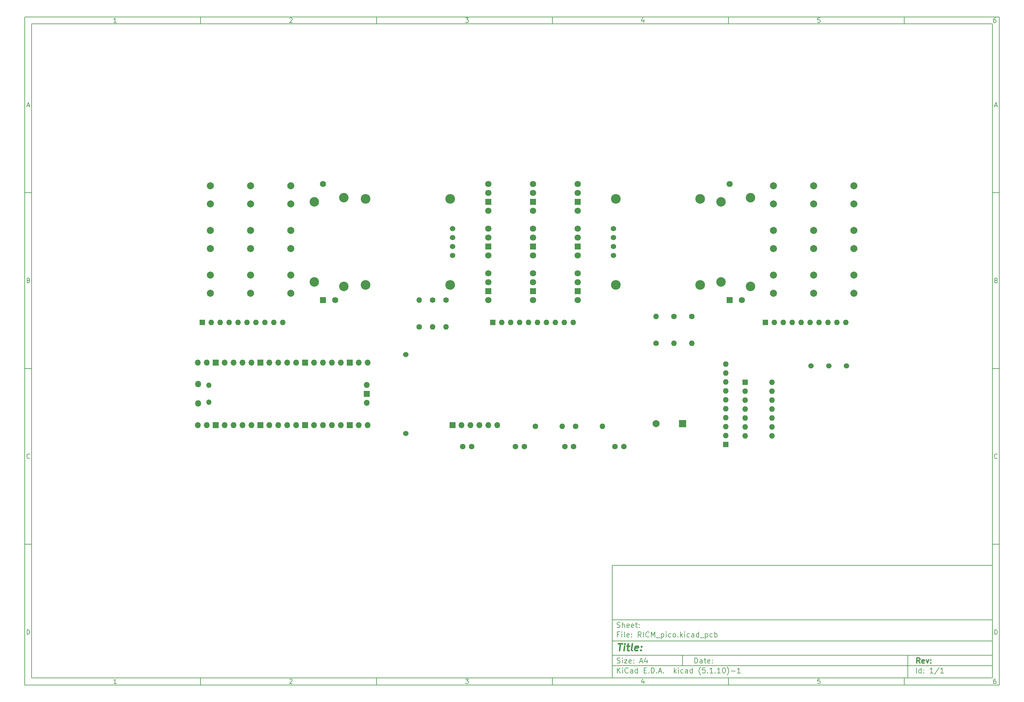
<source format=gbs>
%TF.GenerationSoftware,KiCad,Pcbnew,(5.1.10)-1*%
%TF.CreationDate,2021-07-11T23:03:33-04:00*%
%TF.ProjectId,RICM_pico,5249434d-5f70-4696-936f-2e6b69636164,rev?*%
%TF.SameCoordinates,Original*%
%TF.FileFunction,Soldermask,Bot*%
%TF.FilePolarity,Negative*%
%FSLAX46Y46*%
G04 Gerber Fmt 4.6, Leading zero omitted, Abs format (unit mm)*
G04 Created by KiCad (PCBNEW (5.1.10)-1) date 2021-07-11 23:03:33*
%MOMM*%
%LPD*%
G01*
G04 APERTURE LIST*
%ADD10C,0.100000*%
%ADD11C,0.150000*%
%ADD12C,0.300000*%
%ADD13C,0.400000*%
%ADD14C,1.524000*%
%ADD15C,1.600000*%
%ADD16R,1.800000X1.800000*%
%ADD17C,1.800000*%
%ADD18O,1.600000X1.600000*%
%ADD19R,1.600000X1.600000*%
%ADD20R,2.000000X2.000000*%
%ADD21C,2.000000*%
%ADD22C,2.750000*%
%ADD23R,1.700000X1.700000*%
%ADD24O,1.700000X1.700000*%
%ADD25O,1.800000X1.800000*%
%ADD26O,1.500000X1.500000*%
%ADD27R,1.750000X1.750000*%
%ADD28C,1.750000*%
%ADD29C,2.700000*%
G04 APERTURE END LIST*
D10*
D11*
X177002200Y-166007200D02*
X177002200Y-198007200D01*
X285002200Y-198007200D01*
X285002200Y-166007200D01*
X177002200Y-166007200D01*
D10*
D11*
X10000000Y-10000000D02*
X10000000Y-200007200D01*
X287002200Y-200007200D01*
X287002200Y-10000000D01*
X10000000Y-10000000D01*
D10*
D11*
X12000000Y-12000000D02*
X12000000Y-198007200D01*
X285002200Y-198007200D01*
X285002200Y-12000000D01*
X12000000Y-12000000D01*
D10*
D11*
X60000000Y-12000000D02*
X60000000Y-10000000D01*
D10*
D11*
X110000000Y-12000000D02*
X110000000Y-10000000D01*
D10*
D11*
X160000000Y-12000000D02*
X160000000Y-10000000D01*
D10*
D11*
X210000000Y-12000000D02*
X210000000Y-10000000D01*
D10*
D11*
X260000000Y-12000000D02*
X260000000Y-10000000D01*
D10*
D11*
X36065476Y-11588095D02*
X35322619Y-11588095D01*
X35694047Y-11588095D02*
X35694047Y-10288095D01*
X35570238Y-10473809D01*
X35446428Y-10597619D01*
X35322619Y-10659523D01*
D10*
D11*
X85322619Y-10411904D02*
X85384523Y-10350000D01*
X85508333Y-10288095D01*
X85817857Y-10288095D01*
X85941666Y-10350000D01*
X86003571Y-10411904D01*
X86065476Y-10535714D01*
X86065476Y-10659523D01*
X86003571Y-10845238D01*
X85260714Y-11588095D01*
X86065476Y-11588095D01*
D10*
D11*
X135260714Y-10288095D02*
X136065476Y-10288095D01*
X135632142Y-10783333D01*
X135817857Y-10783333D01*
X135941666Y-10845238D01*
X136003571Y-10907142D01*
X136065476Y-11030952D01*
X136065476Y-11340476D01*
X136003571Y-11464285D01*
X135941666Y-11526190D01*
X135817857Y-11588095D01*
X135446428Y-11588095D01*
X135322619Y-11526190D01*
X135260714Y-11464285D01*
D10*
D11*
X185941666Y-10721428D02*
X185941666Y-11588095D01*
X185632142Y-10226190D02*
X185322619Y-11154761D01*
X186127380Y-11154761D01*
D10*
D11*
X236003571Y-10288095D02*
X235384523Y-10288095D01*
X235322619Y-10907142D01*
X235384523Y-10845238D01*
X235508333Y-10783333D01*
X235817857Y-10783333D01*
X235941666Y-10845238D01*
X236003571Y-10907142D01*
X236065476Y-11030952D01*
X236065476Y-11340476D01*
X236003571Y-11464285D01*
X235941666Y-11526190D01*
X235817857Y-11588095D01*
X235508333Y-11588095D01*
X235384523Y-11526190D01*
X235322619Y-11464285D01*
D10*
D11*
X285941666Y-10288095D02*
X285694047Y-10288095D01*
X285570238Y-10350000D01*
X285508333Y-10411904D01*
X285384523Y-10597619D01*
X285322619Y-10845238D01*
X285322619Y-11340476D01*
X285384523Y-11464285D01*
X285446428Y-11526190D01*
X285570238Y-11588095D01*
X285817857Y-11588095D01*
X285941666Y-11526190D01*
X286003571Y-11464285D01*
X286065476Y-11340476D01*
X286065476Y-11030952D01*
X286003571Y-10907142D01*
X285941666Y-10845238D01*
X285817857Y-10783333D01*
X285570238Y-10783333D01*
X285446428Y-10845238D01*
X285384523Y-10907142D01*
X285322619Y-11030952D01*
D10*
D11*
X60000000Y-198007200D02*
X60000000Y-200007200D01*
D10*
D11*
X110000000Y-198007200D02*
X110000000Y-200007200D01*
D10*
D11*
X160000000Y-198007200D02*
X160000000Y-200007200D01*
D10*
D11*
X210000000Y-198007200D02*
X210000000Y-200007200D01*
D10*
D11*
X260000000Y-198007200D02*
X260000000Y-200007200D01*
D10*
D11*
X36065476Y-199595295D02*
X35322619Y-199595295D01*
X35694047Y-199595295D02*
X35694047Y-198295295D01*
X35570238Y-198481009D01*
X35446428Y-198604819D01*
X35322619Y-198666723D01*
D10*
D11*
X85322619Y-198419104D02*
X85384523Y-198357200D01*
X85508333Y-198295295D01*
X85817857Y-198295295D01*
X85941666Y-198357200D01*
X86003571Y-198419104D01*
X86065476Y-198542914D01*
X86065476Y-198666723D01*
X86003571Y-198852438D01*
X85260714Y-199595295D01*
X86065476Y-199595295D01*
D10*
D11*
X135260714Y-198295295D02*
X136065476Y-198295295D01*
X135632142Y-198790533D01*
X135817857Y-198790533D01*
X135941666Y-198852438D01*
X136003571Y-198914342D01*
X136065476Y-199038152D01*
X136065476Y-199347676D01*
X136003571Y-199471485D01*
X135941666Y-199533390D01*
X135817857Y-199595295D01*
X135446428Y-199595295D01*
X135322619Y-199533390D01*
X135260714Y-199471485D01*
D10*
D11*
X185941666Y-198728628D02*
X185941666Y-199595295D01*
X185632142Y-198233390D02*
X185322619Y-199161961D01*
X186127380Y-199161961D01*
D10*
D11*
X236003571Y-198295295D02*
X235384523Y-198295295D01*
X235322619Y-198914342D01*
X235384523Y-198852438D01*
X235508333Y-198790533D01*
X235817857Y-198790533D01*
X235941666Y-198852438D01*
X236003571Y-198914342D01*
X236065476Y-199038152D01*
X236065476Y-199347676D01*
X236003571Y-199471485D01*
X235941666Y-199533390D01*
X235817857Y-199595295D01*
X235508333Y-199595295D01*
X235384523Y-199533390D01*
X235322619Y-199471485D01*
D10*
D11*
X285941666Y-198295295D02*
X285694047Y-198295295D01*
X285570238Y-198357200D01*
X285508333Y-198419104D01*
X285384523Y-198604819D01*
X285322619Y-198852438D01*
X285322619Y-199347676D01*
X285384523Y-199471485D01*
X285446428Y-199533390D01*
X285570238Y-199595295D01*
X285817857Y-199595295D01*
X285941666Y-199533390D01*
X286003571Y-199471485D01*
X286065476Y-199347676D01*
X286065476Y-199038152D01*
X286003571Y-198914342D01*
X285941666Y-198852438D01*
X285817857Y-198790533D01*
X285570238Y-198790533D01*
X285446428Y-198852438D01*
X285384523Y-198914342D01*
X285322619Y-199038152D01*
D10*
D11*
X10000000Y-60000000D02*
X12000000Y-60000000D01*
D10*
D11*
X10000000Y-110000000D02*
X12000000Y-110000000D01*
D10*
D11*
X10000000Y-160000000D02*
X12000000Y-160000000D01*
D10*
D11*
X10690476Y-35216666D02*
X11309523Y-35216666D01*
X10566666Y-35588095D02*
X11000000Y-34288095D01*
X11433333Y-35588095D01*
D10*
D11*
X11092857Y-84907142D02*
X11278571Y-84969047D01*
X11340476Y-85030952D01*
X11402380Y-85154761D01*
X11402380Y-85340476D01*
X11340476Y-85464285D01*
X11278571Y-85526190D01*
X11154761Y-85588095D01*
X10659523Y-85588095D01*
X10659523Y-84288095D01*
X11092857Y-84288095D01*
X11216666Y-84350000D01*
X11278571Y-84411904D01*
X11340476Y-84535714D01*
X11340476Y-84659523D01*
X11278571Y-84783333D01*
X11216666Y-84845238D01*
X11092857Y-84907142D01*
X10659523Y-84907142D01*
D10*
D11*
X11402380Y-135464285D02*
X11340476Y-135526190D01*
X11154761Y-135588095D01*
X11030952Y-135588095D01*
X10845238Y-135526190D01*
X10721428Y-135402380D01*
X10659523Y-135278571D01*
X10597619Y-135030952D01*
X10597619Y-134845238D01*
X10659523Y-134597619D01*
X10721428Y-134473809D01*
X10845238Y-134350000D01*
X11030952Y-134288095D01*
X11154761Y-134288095D01*
X11340476Y-134350000D01*
X11402380Y-134411904D01*
D10*
D11*
X10659523Y-185588095D02*
X10659523Y-184288095D01*
X10969047Y-184288095D01*
X11154761Y-184350000D01*
X11278571Y-184473809D01*
X11340476Y-184597619D01*
X11402380Y-184845238D01*
X11402380Y-185030952D01*
X11340476Y-185278571D01*
X11278571Y-185402380D01*
X11154761Y-185526190D01*
X10969047Y-185588095D01*
X10659523Y-185588095D01*
D10*
D11*
X287002200Y-60000000D02*
X285002200Y-60000000D01*
D10*
D11*
X287002200Y-110000000D02*
X285002200Y-110000000D01*
D10*
D11*
X287002200Y-160000000D02*
X285002200Y-160000000D01*
D10*
D11*
X285692676Y-35216666D02*
X286311723Y-35216666D01*
X285568866Y-35588095D02*
X286002200Y-34288095D01*
X286435533Y-35588095D01*
D10*
D11*
X286095057Y-84907142D02*
X286280771Y-84969047D01*
X286342676Y-85030952D01*
X286404580Y-85154761D01*
X286404580Y-85340476D01*
X286342676Y-85464285D01*
X286280771Y-85526190D01*
X286156961Y-85588095D01*
X285661723Y-85588095D01*
X285661723Y-84288095D01*
X286095057Y-84288095D01*
X286218866Y-84350000D01*
X286280771Y-84411904D01*
X286342676Y-84535714D01*
X286342676Y-84659523D01*
X286280771Y-84783333D01*
X286218866Y-84845238D01*
X286095057Y-84907142D01*
X285661723Y-84907142D01*
D10*
D11*
X286404580Y-135464285D02*
X286342676Y-135526190D01*
X286156961Y-135588095D01*
X286033152Y-135588095D01*
X285847438Y-135526190D01*
X285723628Y-135402380D01*
X285661723Y-135278571D01*
X285599819Y-135030952D01*
X285599819Y-134845238D01*
X285661723Y-134597619D01*
X285723628Y-134473809D01*
X285847438Y-134350000D01*
X286033152Y-134288095D01*
X286156961Y-134288095D01*
X286342676Y-134350000D01*
X286404580Y-134411904D01*
D10*
D11*
X285661723Y-185588095D02*
X285661723Y-184288095D01*
X285971247Y-184288095D01*
X286156961Y-184350000D01*
X286280771Y-184473809D01*
X286342676Y-184597619D01*
X286404580Y-184845238D01*
X286404580Y-185030952D01*
X286342676Y-185278571D01*
X286280771Y-185402380D01*
X286156961Y-185526190D01*
X285971247Y-185588095D01*
X285661723Y-185588095D01*
D10*
D11*
X200434342Y-193785771D02*
X200434342Y-192285771D01*
X200791485Y-192285771D01*
X201005771Y-192357200D01*
X201148628Y-192500057D01*
X201220057Y-192642914D01*
X201291485Y-192928628D01*
X201291485Y-193142914D01*
X201220057Y-193428628D01*
X201148628Y-193571485D01*
X201005771Y-193714342D01*
X200791485Y-193785771D01*
X200434342Y-193785771D01*
X202577200Y-193785771D02*
X202577200Y-193000057D01*
X202505771Y-192857200D01*
X202362914Y-192785771D01*
X202077200Y-192785771D01*
X201934342Y-192857200D01*
X202577200Y-193714342D02*
X202434342Y-193785771D01*
X202077200Y-193785771D01*
X201934342Y-193714342D01*
X201862914Y-193571485D01*
X201862914Y-193428628D01*
X201934342Y-193285771D01*
X202077200Y-193214342D01*
X202434342Y-193214342D01*
X202577200Y-193142914D01*
X203077200Y-192785771D02*
X203648628Y-192785771D01*
X203291485Y-192285771D02*
X203291485Y-193571485D01*
X203362914Y-193714342D01*
X203505771Y-193785771D01*
X203648628Y-193785771D01*
X204720057Y-193714342D02*
X204577200Y-193785771D01*
X204291485Y-193785771D01*
X204148628Y-193714342D01*
X204077200Y-193571485D01*
X204077200Y-193000057D01*
X204148628Y-192857200D01*
X204291485Y-192785771D01*
X204577200Y-192785771D01*
X204720057Y-192857200D01*
X204791485Y-193000057D01*
X204791485Y-193142914D01*
X204077200Y-193285771D01*
X205434342Y-193642914D02*
X205505771Y-193714342D01*
X205434342Y-193785771D01*
X205362914Y-193714342D01*
X205434342Y-193642914D01*
X205434342Y-193785771D01*
X205434342Y-192857200D02*
X205505771Y-192928628D01*
X205434342Y-193000057D01*
X205362914Y-192928628D01*
X205434342Y-192857200D01*
X205434342Y-193000057D01*
D10*
D11*
X177002200Y-194507200D02*
X285002200Y-194507200D01*
D10*
D11*
X178434342Y-196585771D02*
X178434342Y-195085771D01*
X179291485Y-196585771D02*
X178648628Y-195728628D01*
X179291485Y-195085771D02*
X178434342Y-195942914D01*
X179934342Y-196585771D02*
X179934342Y-195585771D01*
X179934342Y-195085771D02*
X179862914Y-195157200D01*
X179934342Y-195228628D01*
X180005771Y-195157200D01*
X179934342Y-195085771D01*
X179934342Y-195228628D01*
X181505771Y-196442914D02*
X181434342Y-196514342D01*
X181220057Y-196585771D01*
X181077200Y-196585771D01*
X180862914Y-196514342D01*
X180720057Y-196371485D01*
X180648628Y-196228628D01*
X180577200Y-195942914D01*
X180577200Y-195728628D01*
X180648628Y-195442914D01*
X180720057Y-195300057D01*
X180862914Y-195157200D01*
X181077200Y-195085771D01*
X181220057Y-195085771D01*
X181434342Y-195157200D01*
X181505771Y-195228628D01*
X182791485Y-196585771D02*
X182791485Y-195800057D01*
X182720057Y-195657200D01*
X182577200Y-195585771D01*
X182291485Y-195585771D01*
X182148628Y-195657200D01*
X182791485Y-196514342D02*
X182648628Y-196585771D01*
X182291485Y-196585771D01*
X182148628Y-196514342D01*
X182077200Y-196371485D01*
X182077200Y-196228628D01*
X182148628Y-196085771D01*
X182291485Y-196014342D01*
X182648628Y-196014342D01*
X182791485Y-195942914D01*
X184148628Y-196585771D02*
X184148628Y-195085771D01*
X184148628Y-196514342D02*
X184005771Y-196585771D01*
X183720057Y-196585771D01*
X183577200Y-196514342D01*
X183505771Y-196442914D01*
X183434342Y-196300057D01*
X183434342Y-195871485D01*
X183505771Y-195728628D01*
X183577200Y-195657200D01*
X183720057Y-195585771D01*
X184005771Y-195585771D01*
X184148628Y-195657200D01*
X186005771Y-195800057D02*
X186505771Y-195800057D01*
X186720057Y-196585771D02*
X186005771Y-196585771D01*
X186005771Y-195085771D01*
X186720057Y-195085771D01*
X187362914Y-196442914D02*
X187434342Y-196514342D01*
X187362914Y-196585771D01*
X187291485Y-196514342D01*
X187362914Y-196442914D01*
X187362914Y-196585771D01*
X188077200Y-196585771D02*
X188077200Y-195085771D01*
X188434342Y-195085771D01*
X188648628Y-195157200D01*
X188791485Y-195300057D01*
X188862914Y-195442914D01*
X188934342Y-195728628D01*
X188934342Y-195942914D01*
X188862914Y-196228628D01*
X188791485Y-196371485D01*
X188648628Y-196514342D01*
X188434342Y-196585771D01*
X188077200Y-196585771D01*
X189577200Y-196442914D02*
X189648628Y-196514342D01*
X189577200Y-196585771D01*
X189505771Y-196514342D01*
X189577200Y-196442914D01*
X189577200Y-196585771D01*
X190220057Y-196157200D02*
X190934342Y-196157200D01*
X190077200Y-196585771D02*
X190577200Y-195085771D01*
X191077200Y-196585771D01*
X191577200Y-196442914D02*
X191648628Y-196514342D01*
X191577200Y-196585771D01*
X191505771Y-196514342D01*
X191577200Y-196442914D01*
X191577200Y-196585771D01*
X194577200Y-196585771D02*
X194577200Y-195085771D01*
X194720057Y-196014342D02*
X195148628Y-196585771D01*
X195148628Y-195585771D02*
X194577200Y-196157200D01*
X195791485Y-196585771D02*
X195791485Y-195585771D01*
X195791485Y-195085771D02*
X195720057Y-195157200D01*
X195791485Y-195228628D01*
X195862914Y-195157200D01*
X195791485Y-195085771D01*
X195791485Y-195228628D01*
X197148628Y-196514342D02*
X197005771Y-196585771D01*
X196720057Y-196585771D01*
X196577200Y-196514342D01*
X196505771Y-196442914D01*
X196434342Y-196300057D01*
X196434342Y-195871485D01*
X196505771Y-195728628D01*
X196577200Y-195657200D01*
X196720057Y-195585771D01*
X197005771Y-195585771D01*
X197148628Y-195657200D01*
X198434342Y-196585771D02*
X198434342Y-195800057D01*
X198362914Y-195657200D01*
X198220057Y-195585771D01*
X197934342Y-195585771D01*
X197791485Y-195657200D01*
X198434342Y-196514342D02*
X198291485Y-196585771D01*
X197934342Y-196585771D01*
X197791485Y-196514342D01*
X197720057Y-196371485D01*
X197720057Y-196228628D01*
X197791485Y-196085771D01*
X197934342Y-196014342D01*
X198291485Y-196014342D01*
X198434342Y-195942914D01*
X199791485Y-196585771D02*
X199791485Y-195085771D01*
X199791485Y-196514342D02*
X199648628Y-196585771D01*
X199362914Y-196585771D01*
X199220057Y-196514342D01*
X199148628Y-196442914D01*
X199077200Y-196300057D01*
X199077200Y-195871485D01*
X199148628Y-195728628D01*
X199220057Y-195657200D01*
X199362914Y-195585771D01*
X199648628Y-195585771D01*
X199791485Y-195657200D01*
X202077200Y-197157200D02*
X202005771Y-197085771D01*
X201862914Y-196871485D01*
X201791485Y-196728628D01*
X201720057Y-196514342D01*
X201648628Y-196157200D01*
X201648628Y-195871485D01*
X201720057Y-195514342D01*
X201791485Y-195300057D01*
X201862914Y-195157200D01*
X202005771Y-194942914D01*
X202077200Y-194871485D01*
X203362914Y-195085771D02*
X202648628Y-195085771D01*
X202577200Y-195800057D01*
X202648628Y-195728628D01*
X202791485Y-195657200D01*
X203148628Y-195657200D01*
X203291485Y-195728628D01*
X203362914Y-195800057D01*
X203434342Y-195942914D01*
X203434342Y-196300057D01*
X203362914Y-196442914D01*
X203291485Y-196514342D01*
X203148628Y-196585771D01*
X202791485Y-196585771D01*
X202648628Y-196514342D01*
X202577200Y-196442914D01*
X204077200Y-196442914D02*
X204148628Y-196514342D01*
X204077200Y-196585771D01*
X204005771Y-196514342D01*
X204077200Y-196442914D01*
X204077200Y-196585771D01*
X205577200Y-196585771D02*
X204720057Y-196585771D01*
X205148628Y-196585771D02*
X205148628Y-195085771D01*
X205005771Y-195300057D01*
X204862914Y-195442914D01*
X204720057Y-195514342D01*
X206220057Y-196442914D02*
X206291485Y-196514342D01*
X206220057Y-196585771D01*
X206148628Y-196514342D01*
X206220057Y-196442914D01*
X206220057Y-196585771D01*
X207720057Y-196585771D02*
X206862914Y-196585771D01*
X207291485Y-196585771D02*
X207291485Y-195085771D01*
X207148628Y-195300057D01*
X207005771Y-195442914D01*
X206862914Y-195514342D01*
X208648628Y-195085771D02*
X208791485Y-195085771D01*
X208934342Y-195157200D01*
X209005771Y-195228628D01*
X209077200Y-195371485D01*
X209148628Y-195657200D01*
X209148628Y-196014342D01*
X209077200Y-196300057D01*
X209005771Y-196442914D01*
X208934342Y-196514342D01*
X208791485Y-196585771D01*
X208648628Y-196585771D01*
X208505771Y-196514342D01*
X208434342Y-196442914D01*
X208362914Y-196300057D01*
X208291485Y-196014342D01*
X208291485Y-195657200D01*
X208362914Y-195371485D01*
X208434342Y-195228628D01*
X208505771Y-195157200D01*
X208648628Y-195085771D01*
X209648628Y-197157200D02*
X209720057Y-197085771D01*
X209862914Y-196871485D01*
X209934342Y-196728628D01*
X210005771Y-196514342D01*
X210077200Y-196157200D01*
X210077200Y-195871485D01*
X210005771Y-195514342D01*
X209934342Y-195300057D01*
X209862914Y-195157200D01*
X209720057Y-194942914D01*
X209648628Y-194871485D01*
X210791485Y-196014342D02*
X211934342Y-196014342D01*
X213434342Y-196585771D02*
X212577200Y-196585771D01*
X213005771Y-196585771D02*
X213005771Y-195085771D01*
X212862914Y-195300057D01*
X212720057Y-195442914D01*
X212577200Y-195514342D01*
D10*
D11*
X177002200Y-191507200D02*
X285002200Y-191507200D01*
D10*
D12*
X264411485Y-193785771D02*
X263911485Y-193071485D01*
X263554342Y-193785771D02*
X263554342Y-192285771D01*
X264125771Y-192285771D01*
X264268628Y-192357200D01*
X264340057Y-192428628D01*
X264411485Y-192571485D01*
X264411485Y-192785771D01*
X264340057Y-192928628D01*
X264268628Y-193000057D01*
X264125771Y-193071485D01*
X263554342Y-193071485D01*
X265625771Y-193714342D02*
X265482914Y-193785771D01*
X265197200Y-193785771D01*
X265054342Y-193714342D01*
X264982914Y-193571485D01*
X264982914Y-193000057D01*
X265054342Y-192857200D01*
X265197200Y-192785771D01*
X265482914Y-192785771D01*
X265625771Y-192857200D01*
X265697200Y-193000057D01*
X265697200Y-193142914D01*
X264982914Y-193285771D01*
X266197200Y-192785771D02*
X266554342Y-193785771D01*
X266911485Y-192785771D01*
X267482914Y-193642914D02*
X267554342Y-193714342D01*
X267482914Y-193785771D01*
X267411485Y-193714342D01*
X267482914Y-193642914D01*
X267482914Y-193785771D01*
X267482914Y-192857200D02*
X267554342Y-192928628D01*
X267482914Y-193000057D01*
X267411485Y-192928628D01*
X267482914Y-192857200D01*
X267482914Y-193000057D01*
D10*
D11*
X178362914Y-193714342D02*
X178577200Y-193785771D01*
X178934342Y-193785771D01*
X179077200Y-193714342D01*
X179148628Y-193642914D01*
X179220057Y-193500057D01*
X179220057Y-193357200D01*
X179148628Y-193214342D01*
X179077200Y-193142914D01*
X178934342Y-193071485D01*
X178648628Y-193000057D01*
X178505771Y-192928628D01*
X178434342Y-192857200D01*
X178362914Y-192714342D01*
X178362914Y-192571485D01*
X178434342Y-192428628D01*
X178505771Y-192357200D01*
X178648628Y-192285771D01*
X179005771Y-192285771D01*
X179220057Y-192357200D01*
X179862914Y-193785771D02*
X179862914Y-192785771D01*
X179862914Y-192285771D02*
X179791485Y-192357200D01*
X179862914Y-192428628D01*
X179934342Y-192357200D01*
X179862914Y-192285771D01*
X179862914Y-192428628D01*
X180434342Y-192785771D02*
X181220057Y-192785771D01*
X180434342Y-193785771D01*
X181220057Y-193785771D01*
X182362914Y-193714342D02*
X182220057Y-193785771D01*
X181934342Y-193785771D01*
X181791485Y-193714342D01*
X181720057Y-193571485D01*
X181720057Y-193000057D01*
X181791485Y-192857200D01*
X181934342Y-192785771D01*
X182220057Y-192785771D01*
X182362914Y-192857200D01*
X182434342Y-193000057D01*
X182434342Y-193142914D01*
X181720057Y-193285771D01*
X183077200Y-193642914D02*
X183148628Y-193714342D01*
X183077200Y-193785771D01*
X183005771Y-193714342D01*
X183077200Y-193642914D01*
X183077200Y-193785771D01*
X183077200Y-192857200D02*
X183148628Y-192928628D01*
X183077200Y-193000057D01*
X183005771Y-192928628D01*
X183077200Y-192857200D01*
X183077200Y-193000057D01*
X184862914Y-193357200D02*
X185577200Y-193357200D01*
X184720057Y-193785771D02*
X185220057Y-192285771D01*
X185720057Y-193785771D01*
X186862914Y-192785771D02*
X186862914Y-193785771D01*
X186505771Y-192214342D02*
X186148628Y-193285771D01*
X187077200Y-193285771D01*
D10*
D11*
X263434342Y-196585771D02*
X263434342Y-195085771D01*
X264791485Y-196585771D02*
X264791485Y-195085771D01*
X264791485Y-196514342D02*
X264648628Y-196585771D01*
X264362914Y-196585771D01*
X264220057Y-196514342D01*
X264148628Y-196442914D01*
X264077200Y-196300057D01*
X264077200Y-195871485D01*
X264148628Y-195728628D01*
X264220057Y-195657200D01*
X264362914Y-195585771D01*
X264648628Y-195585771D01*
X264791485Y-195657200D01*
X265505771Y-196442914D02*
X265577200Y-196514342D01*
X265505771Y-196585771D01*
X265434342Y-196514342D01*
X265505771Y-196442914D01*
X265505771Y-196585771D01*
X265505771Y-195657200D02*
X265577200Y-195728628D01*
X265505771Y-195800057D01*
X265434342Y-195728628D01*
X265505771Y-195657200D01*
X265505771Y-195800057D01*
X268148628Y-196585771D02*
X267291485Y-196585771D01*
X267720057Y-196585771D02*
X267720057Y-195085771D01*
X267577200Y-195300057D01*
X267434342Y-195442914D01*
X267291485Y-195514342D01*
X269862914Y-195014342D02*
X268577200Y-196942914D01*
X271148628Y-196585771D02*
X270291485Y-196585771D01*
X270720057Y-196585771D02*
X270720057Y-195085771D01*
X270577200Y-195300057D01*
X270434342Y-195442914D01*
X270291485Y-195514342D01*
D10*
D11*
X177002200Y-187507200D02*
X285002200Y-187507200D01*
D10*
D13*
X178714580Y-188211961D02*
X179857438Y-188211961D01*
X179036009Y-190211961D02*
X179286009Y-188211961D01*
X180274104Y-190211961D02*
X180440771Y-188878628D01*
X180524104Y-188211961D02*
X180416961Y-188307200D01*
X180500295Y-188402438D01*
X180607438Y-188307200D01*
X180524104Y-188211961D01*
X180500295Y-188402438D01*
X181107438Y-188878628D02*
X181869342Y-188878628D01*
X181476485Y-188211961D02*
X181262200Y-189926247D01*
X181333628Y-190116723D01*
X181512200Y-190211961D01*
X181702676Y-190211961D01*
X182655057Y-190211961D02*
X182476485Y-190116723D01*
X182405057Y-189926247D01*
X182619342Y-188211961D01*
X184190771Y-190116723D02*
X183988390Y-190211961D01*
X183607438Y-190211961D01*
X183428866Y-190116723D01*
X183357438Y-189926247D01*
X183452676Y-189164342D01*
X183571723Y-188973866D01*
X183774104Y-188878628D01*
X184155057Y-188878628D01*
X184333628Y-188973866D01*
X184405057Y-189164342D01*
X184381247Y-189354819D01*
X183405057Y-189545295D01*
X185155057Y-190021485D02*
X185238390Y-190116723D01*
X185131247Y-190211961D01*
X185047914Y-190116723D01*
X185155057Y-190021485D01*
X185131247Y-190211961D01*
X185286009Y-188973866D02*
X185369342Y-189069104D01*
X185262200Y-189164342D01*
X185178866Y-189069104D01*
X185286009Y-188973866D01*
X185262200Y-189164342D01*
D10*
D11*
X178934342Y-185600057D02*
X178434342Y-185600057D01*
X178434342Y-186385771D02*
X178434342Y-184885771D01*
X179148628Y-184885771D01*
X179720057Y-186385771D02*
X179720057Y-185385771D01*
X179720057Y-184885771D02*
X179648628Y-184957200D01*
X179720057Y-185028628D01*
X179791485Y-184957200D01*
X179720057Y-184885771D01*
X179720057Y-185028628D01*
X180648628Y-186385771D02*
X180505771Y-186314342D01*
X180434342Y-186171485D01*
X180434342Y-184885771D01*
X181791485Y-186314342D02*
X181648628Y-186385771D01*
X181362914Y-186385771D01*
X181220057Y-186314342D01*
X181148628Y-186171485D01*
X181148628Y-185600057D01*
X181220057Y-185457200D01*
X181362914Y-185385771D01*
X181648628Y-185385771D01*
X181791485Y-185457200D01*
X181862914Y-185600057D01*
X181862914Y-185742914D01*
X181148628Y-185885771D01*
X182505771Y-186242914D02*
X182577200Y-186314342D01*
X182505771Y-186385771D01*
X182434342Y-186314342D01*
X182505771Y-186242914D01*
X182505771Y-186385771D01*
X182505771Y-185457200D02*
X182577200Y-185528628D01*
X182505771Y-185600057D01*
X182434342Y-185528628D01*
X182505771Y-185457200D01*
X182505771Y-185600057D01*
X185220057Y-186385771D02*
X184720057Y-185671485D01*
X184362914Y-186385771D02*
X184362914Y-184885771D01*
X184934342Y-184885771D01*
X185077200Y-184957200D01*
X185148628Y-185028628D01*
X185220057Y-185171485D01*
X185220057Y-185385771D01*
X185148628Y-185528628D01*
X185077200Y-185600057D01*
X184934342Y-185671485D01*
X184362914Y-185671485D01*
X185862914Y-186385771D02*
X185862914Y-184885771D01*
X187434342Y-186242914D02*
X187362914Y-186314342D01*
X187148628Y-186385771D01*
X187005771Y-186385771D01*
X186791485Y-186314342D01*
X186648628Y-186171485D01*
X186577200Y-186028628D01*
X186505771Y-185742914D01*
X186505771Y-185528628D01*
X186577200Y-185242914D01*
X186648628Y-185100057D01*
X186791485Y-184957200D01*
X187005771Y-184885771D01*
X187148628Y-184885771D01*
X187362914Y-184957200D01*
X187434342Y-185028628D01*
X188077200Y-186385771D02*
X188077200Y-184885771D01*
X188577200Y-185957200D01*
X189077200Y-184885771D01*
X189077200Y-186385771D01*
X189434342Y-186528628D02*
X190577200Y-186528628D01*
X190934342Y-185385771D02*
X190934342Y-186885771D01*
X190934342Y-185457200D02*
X191077200Y-185385771D01*
X191362914Y-185385771D01*
X191505771Y-185457200D01*
X191577200Y-185528628D01*
X191648628Y-185671485D01*
X191648628Y-186100057D01*
X191577200Y-186242914D01*
X191505771Y-186314342D01*
X191362914Y-186385771D01*
X191077200Y-186385771D01*
X190934342Y-186314342D01*
X192291485Y-186385771D02*
X192291485Y-185385771D01*
X192291485Y-184885771D02*
X192220057Y-184957200D01*
X192291485Y-185028628D01*
X192362914Y-184957200D01*
X192291485Y-184885771D01*
X192291485Y-185028628D01*
X193648628Y-186314342D02*
X193505771Y-186385771D01*
X193220057Y-186385771D01*
X193077200Y-186314342D01*
X193005771Y-186242914D01*
X192934342Y-186100057D01*
X192934342Y-185671485D01*
X193005771Y-185528628D01*
X193077200Y-185457200D01*
X193220057Y-185385771D01*
X193505771Y-185385771D01*
X193648628Y-185457200D01*
X194505771Y-186385771D02*
X194362914Y-186314342D01*
X194291485Y-186242914D01*
X194220057Y-186100057D01*
X194220057Y-185671485D01*
X194291485Y-185528628D01*
X194362914Y-185457200D01*
X194505771Y-185385771D01*
X194720057Y-185385771D01*
X194862914Y-185457200D01*
X194934342Y-185528628D01*
X195005771Y-185671485D01*
X195005771Y-186100057D01*
X194934342Y-186242914D01*
X194862914Y-186314342D01*
X194720057Y-186385771D01*
X194505771Y-186385771D01*
X195648628Y-186242914D02*
X195720057Y-186314342D01*
X195648628Y-186385771D01*
X195577200Y-186314342D01*
X195648628Y-186242914D01*
X195648628Y-186385771D01*
X196362914Y-186385771D02*
X196362914Y-184885771D01*
X196505771Y-185814342D02*
X196934342Y-186385771D01*
X196934342Y-185385771D02*
X196362914Y-185957200D01*
X197577200Y-186385771D02*
X197577200Y-185385771D01*
X197577200Y-184885771D02*
X197505771Y-184957200D01*
X197577200Y-185028628D01*
X197648628Y-184957200D01*
X197577200Y-184885771D01*
X197577200Y-185028628D01*
X198934342Y-186314342D02*
X198791485Y-186385771D01*
X198505771Y-186385771D01*
X198362914Y-186314342D01*
X198291485Y-186242914D01*
X198220057Y-186100057D01*
X198220057Y-185671485D01*
X198291485Y-185528628D01*
X198362914Y-185457200D01*
X198505771Y-185385771D01*
X198791485Y-185385771D01*
X198934342Y-185457200D01*
X200220057Y-186385771D02*
X200220057Y-185600057D01*
X200148628Y-185457200D01*
X200005771Y-185385771D01*
X199720057Y-185385771D01*
X199577200Y-185457200D01*
X200220057Y-186314342D02*
X200077200Y-186385771D01*
X199720057Y-186385771D01*
X199577200Y-186314342D01*
X199505771Y-186171485D01*
X199505771Y-186028628D01*
X199577200Y-185885771D01*
X199720057Y-185814342D01*
X200077200Y-185814342D01*
X200220057Y-185742914D01*
X201577200Y-186385771D02*
X201577200Y-184885771D01*
X201577200Y-186314342D02*
X201434342Y-186385771D01*
X201148628Y-186385771D01*
X201005771Y-186314342D01*
X200934342Y-186242914D01*
X200862914Y-186100057D01*
X200862914Y-185671485D01*
X200934342Y-185528628D01*
X201005771Y-185457200D01*
X201148628Y-185385771D01*
X201434342Y-185385771D01*
X201577200Y-185457200D01*
X201934342Y-186528628D02*
X203077200Y-186528628D01*
X203434342Y-185385771D02*
X203434342Y-186885771D01*
X203434342Y-185457200D02*
X203577200Y-185385771D01*
X203862914Y-185385771D01*
X204005771Y-185457200D01*
X204077200Y-185528628D01*
X204148628Y-185671485D01*
X204148628Y-186100057D01*
X204077200Y-186242914D01*
X204005771Y-186314342D01*
X203862914Y-186385771D01*
X203577200Y-186385771D01*
X203434342Y-186314342D01*
X205434342Y-186314342D02*
X205291485Y-186385771D01*
X205005771Y-186385771D01*
X204862914Y-186314342D01*
X204791485Y-186242914D01*
X204720057Y-186100057D01*
X204720057Y-185671485D01*
X204791485Y-185528628D01*
X204862914Y-185457200D01*
X205005771Y-185385771D01*
X205291485Y-185385771D01*
X205434342Y-185457200D01*
X206077200Y-186385771D02*
X206077200Y-184885771D01*
X206077200Y-185457200D02*
X206220057Y-185385771D01*
X206505771Y-185385771D01*
X206648628Y-185457200D01*
X206720057Y-185528628D01*
X206791485Y-185671485D01*
X206791485Y-186100057D01*
X206720057Y-186242914D01*
X206648628Y-186314342D01*
X206505771Y-186385771D01*
X206220057Y-186385771D01*
X206077200Y-186314342D01*
D10*
D11*
X177002200Y-181507200D02*
X285002200Y-181507200D01*
D10*
D11*
X178362914Y-183614342D02*
X178577200Y-183685771D01*
X178934342Y-183685771D01*
X179077200Y-183614342D01*
X179148628Y-183542914D01*
X179220057Y-183400057D01*
X179220057Y-183257200D01*
X179148628Y-183114342D01*
X179077200Y-183042914D01*
X178934342Y-182971485D01*
X178648628Y-182900057D01*
X178505771Y-182828628D01*
X178434342Y-182757200D01*
X178362914Y-182614342D01*
X178362914Y-182471485D01*
X178434342Y-182328628D01*
X178505771Y-182257200D01*
X178648628Y-182185771D01*
X179005771Y-182185771D01*
X179220057Y-182257200D01*
X179862914Y-183685771D02*
X179862914Y-182185771D01*
X180505771Y-183685771D02*
X180505771Y-182900057D01*
X180434342Y-182757200D01*
X180291485Y-182685771D01*
X180077200Y-182685771D01*
X179934342Y-182757200D01*
X179862914Y-182828628D01*
X181791485Y-183614342D02*
X181648628Y-183685771D01*
X181362914Y-183685771D01*
X181220057Y-183614342D01*
X181148628Y-183471485D01*
X181148628Y-182900057D01*
X181220057Y-182757200D01*
X181362914Y-182685771D01*
X181648628Y-182685771D01*
X181791485Y-182757200D01*
X181862914Y-182900057D01*
X181862914Y-183042914D01*
X181148628Y-183185771D01*
X183077200Y-183614342D02*
X182934342Y-183685771D01*
X182648628Y-183685771D01*
X182505771Y-183614342D01*
X182434342Y-183471485D01*
X182434342Y-182900057D01*
X182505771Y-182757200D01*
X182648628Y-182685771D01*
X182934342Y-182685771D01*
X183077200Y-182757200D01*
X183148628Y-182900057D01*
X183148628Y-183042914D01*
X182434342Y-183185771D01*
X183577200Y-182685771D02*
X184148628Y-182685771D01*
X183791485Y-182185771D02*
X183791485Y-183471485D01*
X183862914Y-183614342D01*
X184005771Y-183685771D01*
X184148628Y-183685771D01*
X184648628Y-183542914D02*
X184720057Y-183614342D01*
X184648628Y-183685771D01*
X184577200Y-183614342D01*
X184648628Y-183542914D01*
X184648628Y-183685771D01*
X184648628Y-182757200D02*
X184720057Y-182828628D01*
X184648628Y-182900057D01*
X184577200Y-182828628D01*
X184648628Y-182757200D01*
X184648628Y-182900057D01*
D10*
D11*
X197002200Y-191507200D02*
X197002200Y-194507200D01*
D10*
D11*
X261002200Y-191507200D02*
X261002200Y-198007200D01*
D14*
%TO.C,RV3*%
X233496000Y-109228000D03*
X238496000Y-109228000D03*
X243496000Y-109228000D03*
%TD*%
%TO.C,F1*%
X118339000Y-106056000D03*
X118339000Y-128456000D03*
%TD*%
D15*
%TO.C,C5*%
X180246000Y-132228000D03*
X177746000Y-132228000D03*
%TD*%
%TO.C,C4*%
X165996000Y-132228000D03*
X163496000Y-132228000D03*
%TD*%
%TO.C,C3*%
X151996000Y-132228000D03*
X149496000Y-132228000D03*
%TD*%
%TO.C,C2*%
X134496000Y-132228000D03*
X136996000Y-132228000D03*
%TD*%
D16*
%TO.C,D3*%
X141746000Y-75268000D03*
D17*
X141746000Y-72728000D03*
X141746000Y-70188000D03*
X141746000Y-77808000D03*
%TD*%
D15*
%TO.C,R6*%
X199566000Y-95158000D03*
D18*
X199566000Y-102778000D03*
%TD*%
D15*
%TO.C,R8*%
X122096000Y-98168000D03*
D18*
X122096000Y-90548000D03*
%TD*%
D19*
%TO.C,RN4*%
X143016000Y-96858000D03*
D18*
X145556000Y-96858000D03*
X148096000Y-96858000D03*
X150636000Y-96858000D03*
X153176000Y-96858000D03*
X155716000Y-96858000D03*
X158256000Y-96858000D03*
X160796000Y-96858000D03*
X163336000Y-96858000D03*
X165876000Y-96858000D03*
%TD*%
D20*
%TO.C,LS1*%
X197006000Y-125638000D03*
D21*
X189406000Y-125638000D03*
%TD*%
D14*
%TO.C,DS2*%
X177306000Y-77808000D03*
X177306000Y-75268000D03*
X177306000Y-72728000D03*
X177306000Y-70188000D03*
D22*
X177976000Y-61748000D03*
X177976000Y-86248000D03*
X201976000Y-86248000D03*
X201976000Y-61748000D03*
%TD*%
D14*
%TO.C,DS1*%
X131586000Y-70188000D03*
X131586000Y-72728000D03*
X131586000Y-75268000D03*
X131586000Y-77808000D03*
D22*
X130916000Y-86248000D03*
X130916000Y-61748000D03*
X106916000Y-61748000D03*
X106916000Y-86248000D03*
%TD*%
D15*
%TO.C,R7*%
X189406000Y-102778000D03*
D18*
X189406000Y-95158000D03*
%TD*%
D15*
%TO.C,R5*%
X194486000Y-95158000D03*
D18*
X194486000Y-102778000D03*
%TD*%
D15*
%TO.C,R4*%
X125906000Y-90548000D03*
D18*
X125906000Y-98168000D03*
%TD*%
D15*
%TO.C,R3*%
X129716000Y-90548000D03*
D18*
X129716000Y-98168000D03*
%TD*%
D16*
%TO.C,D10*%
X167146000Y-62568000D03*
D17*
X167146000Y-60028000D03*
X167146000Y-57488000D03*
X167146000Y-65108000D03*
%TD*%
D16*
%TO.C,D9*%
X167146000Y-75268000D03*
D17*
X167146000Y-72728000D03*
X167146000Y-70188000D03*
X167146000Y-77808000D03*
%TD*%
D16*
%TO.C,D8*%
X167146000Y-87968000D03*
D17*
X167146000Y-85428000D03*
X167146000Y-82888000D03*
X167146000Y-90508000D03*
%TD*%
D16*
%TO.C,D7*%
X154446000Y-62568000D03*
D17*
X154446000Y-60028000D03*
X154446000Y-57488000D03*
X154446000Y-65108000D03*
%TD*%
D16*
%TO.C,D6*%
X154446000Y-75268000D03*
D17*
X154446000Y-72728000D03*
X154446000Y-70188000D03*
X154446000Y-77808000D03*
%TD*%
D16*
%TO.C,D5*%
X154446000Y-87968000D03*
D17*
X154446000Y-85428000D03*
X154446000Y-82888000D03*
X154446000Y-90508000D03*
%TD*%
D16*
%TO.C,D4*%
X141746000Y-62568000D03*
D17*
X141746000Y-60028000D03*
X141746000Y-57488000D03*
X141746000Y-65108000D03*
%TD*%
D16*
%TO.C,D2*%
X141746000Y-87968000D03*
D17*
X141746000Y-85428000D03*
X141746000Y-82888000D03*
X141746000Y-90508000D03*
%TD*%
D15*
%TO.C,R2*%
X166566000Y-126468000D03*
D18*
X174186000Y-126468000D03*
%TD*%
D23*
%TO.C,J2*%
X131586000Y-126068000D03*
D24*
X134126000Y-126068000D03*
X136666000Y-126068000D03*
X139206000Y-126068000D03*
X141746000Y-126068000D03*
X144286000Y-126068000D03*
%TD*%
D19*
%TO.C,SW19*%
X214757000Y-113919000D03*
D18*
X222377000Y-129159000D03*
X214757000Y-116459000D03*
X222377000Y-126619000D03*
X214757000Y-118999000D03*
X222377000Y-124079000D03*
X214757000Y-121539000D03*
X222377000Y-121539000D03*
X214757000Y-124079000D03*
X222377000Y-118999000D03*
X214757000Y-126619000D03*
X222377000Y-116459000D03*
X214757000Y-129159000D03*
X222377000Y-113919000D03*
%TD*%
D21*
%TO.C,SW18*%
X85612000Y-63177600D03*
X85612000Y-58021400D03*
%TD*%
%TO.C,SW17*%
X85612000Y-75877600D03*
X85612000Y-70721400D03*
%TD*%
%TO.C,SW16*%
X85612000Y-88577600D03*
X85612000Y-83421400D03*
%TD*%
%TO.C,SW15*%
X74182000Y-63177600D03*
X74182000Y-58021400D03*
%TD*%
%TO.C,SW14*%
X74182000Y-75877600D03*
X74182000Y-70721400D03*
%TD*%
%TO.C,SW13*%
X74182000Y-88577600D03*
X74182000Y-83421400D03*
%TD*%
%TO.C,SW12*%
X62752000Y-63177600D03*
X62752000Y-58021400D03*
%TD*%
%TO.C,SW11*%
X62752000Y-75877600D03*
X62752000Y-70721400D03*
%TD*%
%TO.C,SW10*%
X62752000Y-88577600D03*
X62752000Y-83421400D03*
%TD*%
D19*
%TO.C,RN3*%
X209218000Y-131607000D03*
D18*
X209218000Y-129067000D03*
X209218000Y-126527000D03*
X209218000Y-123987000D03*
X209218000Y-121447000D03*
X209218000Y-118907000D03*
X209218000Y-116367000D03*
X209218000Y-113827000D03*
X209218000Y-111287000D03*
X209218000Y-108747000D03*
%TD*%
D19*
%TO.C,RN2*%
X60466000Y-96858000D03*
D18*
X63006000Y-96858000D03*
X65546000Y-96858000D03*
X68086000Y-96858000D03*
X70626000Y-96858000D03*
X73166000Y-96858000D03*
X75706000Y-96858000D03*
X78246000Y-96858000D03*
X80786000Y-96858000D03*
X83326000Y-96858000D03*
%TD*%
D15*
%TO.C,R1*%
X155136000Y-126468000D03*
D18*
X162756000Y-126468000D03*
%TD*%
D24*
%TO.C,U1*%
X59196000Y-126068000D03*
X61736000Y-126068000D03*
D23*
X64276000Y-126068000D03*
D24*
X66816000Y-126068000D03*
X69356000Y-126068000D03*
X71896000Y-126068000D03*
X74436000Y-126068000D03*
D23*
X76976000Y-126068000D03*
D24*
X79516000Y-126068000D03*
X82056000Y-126068000D03*
X84596000Y-126068000D03*
X87136000Y-126068000D03*
D23*
X89676000Y-126068000D03*
D24*
X92216000Y-126068000D03*
X94756000Y-126068000D03*
X97296000Y-126068000D03*
X99836000Y-126068000D03*
D23*
X102376000Y-126068000D03*
D24*
X104916000Y-126068000D03*
X107456000Y-126068000D03*
X107456000Y-108288000D03*
X104916000Y-108288000D03*
D23*
X102376000Y-108288000D03*
D24*
X99836000Y-108288000D03*
X97296000Y-108288000D03*
X94756000Y-108288000D03*
X92216000Y-108288000D03*
D23*
X89676000Y-108288000D03*
D24*
X87136000Y-108288000D03*
X84596000Y-108288000D03*
X82056000Y-108288000D03*
X79516000Y-108288000D03*
D23*
X76976000Y-108288000D03*
D24*
X74436000Y-108288000D03*
X71896000Y-108288000D03*
X69356000Y-108288000D03*
X66816000Y-108288000D03*
D23*
X64276000Y-108288000D03*
D24*
X61736000Y-108288000D03*
X59196000Y-108288000D03*
D25*
X59326000Y-119903000D03*
X59326000Y-114453000D03*
D26*
X62356000Y-119603000D03*
X62356000Y-114753000D03*
D24*
X107226000Y-119718000D03*
D23*
X107226000Y-117178000D03*
D24*
X107226000Y-114638000D03*
%TD*%
D21*
%TO.C,SW9*%
X245632000Y-63177600D03*
X245632000Y-58021400D03*
%TD*%
%TO.C,SW8*%
X245632000Y-75877600D03*
X245632000Y-70721400D03*
%TD*%
%TO.C,SW7*%
X245632000Y-88577600D03*
X245632000Y-83421400D03*
%TD*%
%TO.C,SW6*%
X234202000Y-63177600D03*
X234202000Y-58021400D03*
%TD*%
%TO.C,SW5*%
X234202000Y-75877600D03*
X234202000Y-70721400D03*
%TD*%
%TO.C,SW4*%
X234202000Y-88577600D03*
X234202000Y-83421400D03*
%TD*%
%TO.C,SW3*%
X222772000Y-63177600D03*
X222772000Y-58021400D03*
%TD*%
%TO.C,SW2*%
X222772000Y-75877600D03*
X222772000Y-70721400D03*
%TD*%
%TO.C,SW1*%
X222772000Y-88577600D03*
X222772000Y-83421400D03*
%TD*%
D27*
%TO.C,RV2*%
X210326000Y-90508000D03*
D28*
X213826000Y-90508000D03*
X210326000Y-57508000D03*
D29*
X207876000Y-85408000D03*
X207876000Y-62608000D03*
X216276000Y-86608000D03*
X216276000Y-61408000D03*
%TD*%
D27*
%TO.C,RV1*%
X94756000Y-90508000D03*
D28*
X98256000Y-90508000D03*
X94756000Y-57508000D03*
D29*
X92306000Y-85408000D03*
X92306000Y-62608000D03*
X100706000Y-86608000D03*
X100706000Y-61408000D03*
%TD*%
D19*
%TO.C,RN1*%
X220486000Y-96858000D03*
D18*
X223026000Y-96858000D03*
X225566000Y-96858000D03*
X228106000Y-96858000D03*
X230646000Y-96858000D03*
X233186000Y-96858000D03*
X235726000Y-96858000D03*
X238266000Y-96858000D03*
X240806000Y-96858000D03*
X243346000Y-96858000D03*
%TD*%
M02*

</source>
